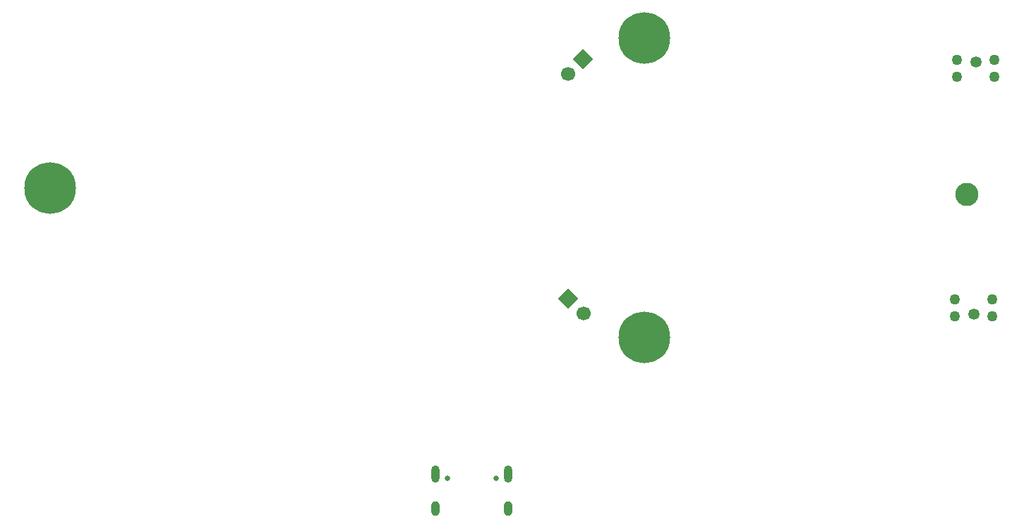
<source format=gbr>
%TF.GenerationSoftware,KiCad,Pcbnew,7.0.10-7.0.10~ubuntu22.04.1*%
%TF.CreationDate,2024-04-24T18:12:55-04:00*%
%TF.ProjectId,little_red_rover,6c697474-6c65-45f7-9265-645f726f7665,rev?*%
%TF.SameCoordinates,Original*%
%TF.FileFunction,Soldermask,Bot*%
%TF.FilePolarity,Negative*%
%FSLAX46Y46*%
G04 Gerber Fmt 4.6, Leading zero omitted, Abs format (unit mm)*
G04 Created by KiCad (PCBNEW 7.0.10-7.0.10~ubuntu22.04.1) date 2024-04-24 18:12:55*
%MOMM*%
%LPD*%
G01*
G04 APERTURE LIST*
G04 Aperture macros list*
%AMHorizOval*
0 Thick line with rounded ends*
0 $1 width*
0 $2 $3 position (X,Y) of the first rounded end (center of the circle)*
0 $4 $5 position (X,Y) of the second rounded end (center of the circle)*
0 Add line between two ends*
20,1,$1,$2,$3,$4,$5,0*
0 Add two circle primitives to create the rounded ends*
1,1,$1,$2,$3*
1,1,$1,$4,$5*%
%AMRotRect*
0 Rectangle, with rotation*
0 The origin of the aperture is its center*
0 $1 length*
0 $2 width*
0 $3 Rotation angle, in degrees counterclockwise*
0 Add horizontal line*
21,1,$1,$2,0,0,$3*%
G04 Aperture macros list end*
%ADD10C,1.346200*%
%ADD11C,1.270000*%
%ADD12C,6.200000*%
%ADD13C,0.650000*%
%ADD14O,1.000000X2.100000*%
%ADD15O,1.000000X1.800000*%
%ADD16C,2.800000*%
%ADD17RotRect,1.700000X1.700000X315.000000*%
%ADD18HorizOval,1.700000X0.000000X0.000000X0.000000X0.000000X0*%
%ADD19RotRect,1.700000X1.700000X45.000000*%
%ADD20HorizOval,1.700000X0.000000X0.000000X0.000000X0.000000X0*%
G04 APERTURE END LIST*
D10*
%TO.C,U7*%
X203268850Y-84762538D03*
D11*
X201018849Y-86512600D03*
X205518850Y-86512600D03*
X205518850Y-84512599D03*
X201018849Y-84512599D03*
%TD*%
D12*
%TO.C,H2*%
X163524805Y-81900000D03*
%TD*%
D13*
%TO.C,J1*%
X139910000Y-134795000D03*
X145690000Y-134795000D03*
D14*
X138480000Y-134295000D03*
D15*
X138480000Y-138475000D03*
D14*
X147120000Y-134295000D03*
D15*
X147120000Y-138475000D03*
%TD*%
D10*
%TO.C,U8*%
X203031150Y-115037462D03*
D11*
X205281151Y-113287400D03*
X200781150Y-113287400D03*
X200781150Y-115287401D03*
X205281151Y-115287401D03*
%TD*%
D16*
%TO.C,U1*%
X202200000Y-100700000D03*
%TD*%
D17*
%TO.C,J3*%
X156130509Y-84392031D03*
D18*
X154334458Y-86188082D03*
%TD*%
D19*
%TO.C,J4*%
X154392031Y-113169492D03*
D20*
X156188082Y-114965543D03*
%TD*%
D12*
%TO.C,H1*%
X163524805Y-117900000D03*
%TD*%
%TO.C,H3*%
X92224805Y-99900000D03*
%TD*%
M02*

</source>
